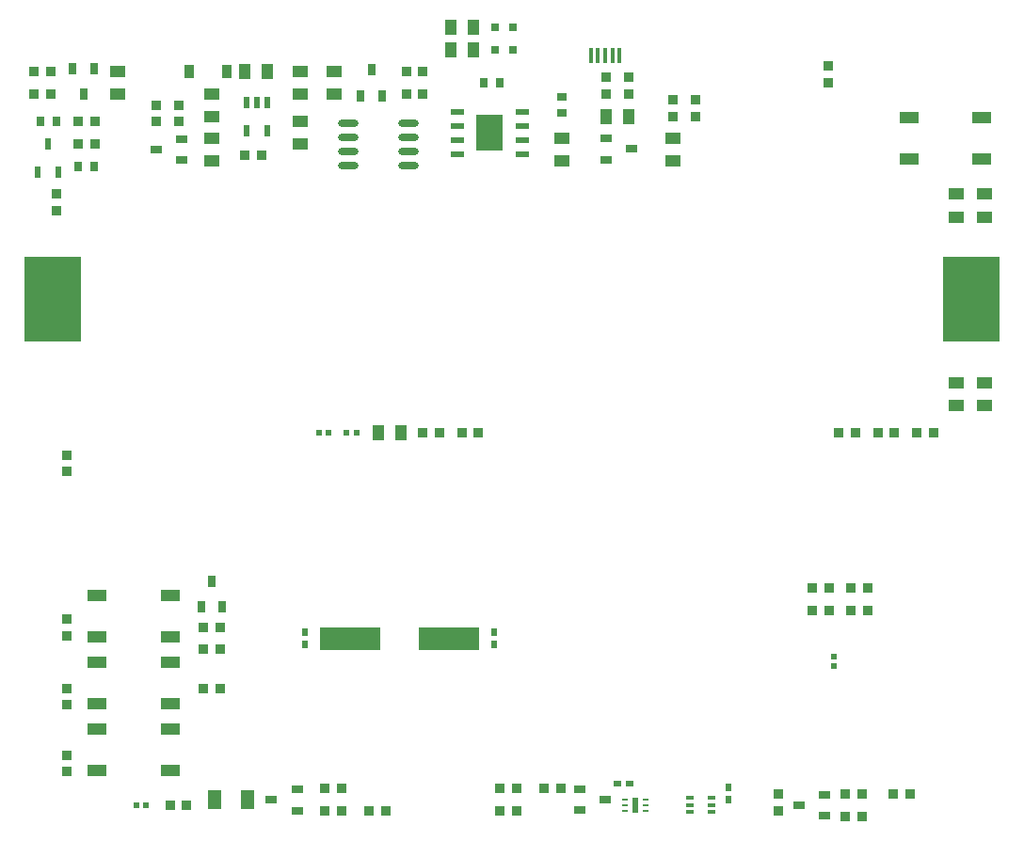
<source format=gbr>
%TF.GenerationSoftware,KiCad,Pcbnew,7.0.1-3b83917a11~172~ubuntu22.04.1*%
%TF.CreationDate,2023-04-04T04:15:16+02:00*%
%TF.ProjectId,EEE3088F_CKR,45454533-3038-4384-965f-434b522e6b69,0.2*%
%TF.SameCoordinates,Original*%
%TF.FileFunction,Paste,Top*%
%TF.FilePolarity,Positive*%
%FSLAX46Y46*%
G04 Gerber Fmt 4.6, Leading zero omitted, Abs format (unit mm)*
G04 Created by KiCad (PCBNEW 7.0.1-3b83917a11~172~ubuntu22.04.1) date 2023-04-04 04:15:16*
%MOMM*%
%LPD*%
G01*
G04 APERTURE LIST*
%ADD10R,0.540005X0.565659*%
%ADD11R,0.806477X0.864008*%
%ADD12R,1.377013X1.132537*%
%ADD13R,1.132537X1.377013*%
%ADD14R,1.399543X1.000000*%
%ADD15R,0.565659X0.540005*%
%ADD16R,0.950013X1.150013*%
%ADD17R,0.780010X0.350013*%
%ADD18R,0.864008X0.806477*%
%ADD19R,0.800000X0.800000*%
%ADD20R,1.700000X1.000000*%
%ADD21R,1.200000X0.600000*%
%ADD22R,2.400000X3.300000*%
%ADD23R,0.800000X1.000000*%
%ADD24R,0.584989X0.280010*%
%ADD25R,0.559995X1.370003*%
%ADD26R,0.800000X0.900000*%
%ADD27R,0.540005X0.790094*%
%ADD28R,1.000000X0.800000*%
%ADD29R,1.207518X1.701016*%
%ADD30R,5.500000X2.000000*%
%ADD31R,5.080010X7.620015*%
%ADD32R,0.400000X1.400000*%
%ADD33R,0.900000X0.800000*%
%ADD34R,0.790094X0.540005*%
%ADD35R,0.600000X1.000000*%
%ADD36O,1.864999X0.629997*%
%ADD37R,0.600000X1.070003*%
G04 APERTURE END LIST*
D10*
%TO.C,R52*%
X179000000Y-84500000D03*
X179000000Y-83634366D03*
%TD*%
D11*
%TO.C,R31*%
X150420000Y-97500000D03*
X148913268Y-97500000D03*
%TD*%
%TO.C,R45*%
X122246634Y-86500000D03*
X123753366Y-86500000D03*
%TD*%
D12*
%TO.C,R39*%
X192500000Y-61000000D03*
X192500000Y-59000000D03*
%TD*%
%TO.C,R6*%
X131000000Y-33000000D03*
X131000000Y-31000000D03*
%TD*%
D11*
%TO.C,R40*%
X182006732Y-79500000D03*
X180500000Y-79500000D03*
%TD*%
D13*
%TO.C,R11*%
X144500000Y-27000000D03*
X146500000Y-27000000D03*
%TD*%
D14*
%TO.C,D5*%
X192500000Y-42000000D03*
X192500000Y-44100584D03*
%TD*%
D15*
%TO.C,R50*%
X136000000Y-63500000D03*
X135134366Y-63500000D03*
%TD*%
D12*
%TO.C,R59*%
X164500000Y-39000000D03*
X164500000Y-37000000D03*
%TD*%
D11*
%TO.C,R18*%
X110993268Y-35500000D03*
X112500000Y-35500000D03*
%TD*%
%TO.C,R48*%
X154420000Y-95500000D03*
X152913268Y-95500000D03*
%TD*%
D16*
%TO.C,D1*%
X121000000Y-31000000D03*
X124384810Y-31000000D03*
%TD*%
D11*
%TO.C,R27*%
X133166634Y-95500000D03*
X134673366Y-95500000D03*
%TD*%
D17*
%TO.C,U6*%
X168000000Y-97649987D03*
X168000000Y-97000000D03*
X168000000Y-96350013D03*
X166020016Y-96350013D03*
X166020016Y-97000000D03*
X166020016Y-97649987D03*
%TD*%
D18*
%TO.C,R37*%
X110000000Y-94000000D03*
X110000000Y-92493268D03*
%TD*%
D11*
%TO.C,R46*%
X137166634Y-97500000D03*
X138673366Y-97500000D03*
%TD*%
%TO.C,R32*%
X185849987Y-96000000D03*
X184343255Y-96000000D03*
%TD*%
D19*
%TO.C,D2*%
X148500000Y-29000000D03*
X150098934Y-28993142D03*
%TD*%
D18*
%TO.C,R2*%
X158500000Y-33000000D03*
X158500000Y-31493268D03*
%TD*%
D20*
%TO.C,SW1*%
X192299975Y-38850191D03*
X185700025Y-38850216D03*
X192299975Y-35149784D03*
X185700025Y-35149809D03*
%TD*%
D21*
%TO.C,U2*%
X150908306Y-38405004D03*
X150908306Y-37135001D03*
X150908306Y-35864999D03*
X150908306Y-34594996D03*
X145091694Y-34594996D03*
X145091694Y-35864999D03*
X145091694Y-37135001D03*
X145091694Y-38405004D03*
D22*
X148000000Y-36500000D03*
%TD*%
D11*
%TO.C,R16*%
X108506732Y-31000000D03*
X107000000Y-31000000D03*
%TD*%
%TO.C,R56*%
X177000000Y-77500000D03*
X178506732Y-77500000D03*
%TD*%
%TO.C,R30*%
X179993268Y-96000000D03*
X181500000Y-96000000D03*
%TD*%
%TO.C,R55*%
X179413268Y-63500000D03*
X180920000Y-63500000D03*
%TD*%
%TO.C,R53*%
X145493268Y-63500000D03*
X147000000Y-63500000D03*
%TD*%
%TO.C,R43*%
X119246634Y-97000000D03*
X120753366Y-97000000D03*
%TD*%
D23*
%TO.C,Q4*%
X136406706Y-33149962D03*
X138306732Y-33149962D03*
X137356770Y-30849936D03*
%TD*%
D11*
%TO.C,R41*%
X182006732Y-77500000D03*
X180500000Y-77500000D03*
%TD*%
D18*
%TO.C,R1*%
X160500000Y-33006732D03*
X160500000Y-31500000D03*
%TD*%
D13*
%TO.C,R9*%
X146500000Y-29000000D03*
X144500000Y-29000000D03*
%TD*%
D11*
%TO.C,R34*%
X186413268Y-63500000D03*
X187920000Y-63500000D03*
%TD*%
%TO.C,R13*%
X126000000Y-38500000D03*
X127506732Y-38500000D03*
%TD*%
D12*
%TO.C,R5*%
X123000000Y-35000000D03*
X123000000Y-33000000D03*
%TD*%
D11*
%TO.C,R24*%
X123753366Y-81000000D03*
X122246634Y-81000000D03*
%TD*%
%TO.C,R19*%
X110993268Y-37500000D03*
X112500000Y-37500000D03*
%TD*%
D23*
%TO.C,Q5*%
X122049987Y-79150013D03*
X123950013Y-79150013D03*
X123000051Y-76849987D03*
%TD*%
D24*
%TO.C,U5*%
X160202524Y-96549936D03*
X160202524Y-97049809D03*
X160202524Y-97549936D03*
X162037424Y-97549936D03*
X162037424Y-97049809D03*
X162037424Y-96549936D03*
D25*
X161119974Y-97049809D03*
%TD*%
D20*
%TO.C,SW4*%
X119299975Y-93850191D03*
X112700025Y-93850216D03*
X119299975Y-90149784D03*
X112700025Y-90149809D03*
%TD*%
D11*
%TO.C,R54*%
X141993268Y-63500000D03*
X143500000Y-63500000D03*
%TD*%
D15*
%TO.C,TH1*%
X116253366Y-97000000D03*
X117119000Y-97000000D03*
%TD*%
D26*
%TO.C,C2*%
X147500000Y-32000000D03*
X148900050Y-32000000D03*
%TD*%
D18*
%TO.C,R58*%
X178500000Y-30493268D03*
X178500000Y-32000000D03*
%TD*%
D15*
%TO.C,R51*%
X132634366Y-63500000D03*
X133500000Y-63500000D03*
%TD*%
D18*
%TO.C,R4*%
X120000000Y-35506732D03*
X120000000Y-34000000D03*
%TD*%
D27*
%TO.C,C8*%
X131420000Y-81409830D03*
X131420000Y-82500000D03*
%TD*%
D13*
%TO.C,R8*%
X126000000Y-31000000D03*
X128000000Y-31000000D03*
%TD*%
D18*
%TO.C,R60*%
X164500000Y-35000000D03*
X164500000Y-33493268D03*
%TD*%
D28*
%TO.C,Q1*%
X158500000Y-37000000D03*
X158500000Y-38900026D03*
X160800026Y-37950064D03*
%TD*%
D29*
%TO.C,R28*%
X123295784Y-96500000D03*
X126253366Y-96500000D03*
%TD*%
D11*
%TO.C,R47*%
X180000000Y-98000000D03*
X181506732Y-98000000D03*
%TD*%
D18*
%TO.C,R36*%
X110000000Y-88000000D03*
X110000000Y-86493268D03*
%TD*%
D11*
%TO.C,R25*%
X133166634Y-97500000D03*
X134673366Y-97500000D03*
%TD*%
D20*
%TO.C,SW2*%
X119299975Y-81850191D03*
X112700025Y-81850216D03*
X119299975Y-78149784D03*
X112700025Y-78149809D03*
%TD*%
D11*
%TO.C,R57*%
X177000000Y-79500000D03*
X178506732Y-79500000D03*
%TD*%
D19*
%TO.C,D3*%
X148500000Y-27000000D03*
X150098934Y-26993142D03*
%TD*%
D27*
%TO.C,C7*%
X148420000Y-81409830D03*
X148420000Y-82500000D03*
%TD*%
D11*
%TO.C,R33*%
X182913268Y-63500000D03*
X184420000Y-63500000D03*
%TD*%
D13*
%TO.C,R3*%
X158500000Y-35000000D03*
X160500000Y-35000000D03*
%TD*%
D18*
%TO.C,R23*%
X109000000Y-43506732D03*
X109000000Y-42000000D03*
%TD*%
D12*
%TO.C,R38*%
X190000000Y-61000000D03*
X190000000Y-59000000D03*
%TD*%
D28*
%TO.C,Q6*%
X130673366Y-97500000D03*
X130673366Y-95599974D03*
X128373340Y-96549936D03*
%TD*%
D26*
%TO.C,C4*%
X111000000Y-39500000D03*
X112400050Y-39500000D03*
%TD*%
D12*
%TO.C,R7*%
X131000000Y-37500000D03*
X131000000Y-35500000D03*
%TD*%
D30*
%TO.C,Y1*%
X144320178Y-82000000D03*
X135420000Y-82000000D03*
%TD*%
D31*
%TO.C,u3*%
X108686817Y-51500000D03*
X191313183Y-51500000D03*
%TD*%
D11*
%TO.C,R21*%
X140500000Y-33000000D03*
X142006732Y-33000000D03*
%TD*%
D28*
%TO.C,Q8*%
X178150013Y-97950064D03*
X178150013Y-96050038D03*
X175849987Y-97000000D03*
%TD*%
D27*
%TO.C,C6*%
X169500000Y-96500000D03*
X169500000Y-95409830D03*
%TD*%
D28*
%TO.C,Q7*%
X156119974Y-95549936D03*
X156119974Y-97449962D03*
X158420000Y-96500000D03*
%TD*%
D12*
%TO.C,R12*%
X123000000Y-39000000D03*
X123000000Y-37000000D03*
%TD*%
D20*
%TO.C,SW3*%
X119299975Y-87850191D03*
X112700025Y-87850216D03*
X119299975Y-84149784D03*
X112700025Y-84149809D03*
%TD*%
D11*
%TO.C,R15*%
X108506732Y-33000000D03*
X107000000Y-33000000D03*
%TD*%
D13*
%TO.C,R49*%
X140000000Y-63500000D03*
X138000000Y-63500000D03*
%TD*%
D32*
%TO.C,U8*%
X159700026Y-29542672D03*
X159050038Y-29542672D03*
X158400051Y-29542672D03*
X157750064Y-29542672D03*
X157100076Y-29542672D03*
%TD*%
D33*
%TO.C,C1*%
X154500000Y-33299975D03*
X154500000Y-34700025D03*
%TD*%
D34*
%TO.C,C5*%
X159500000Y-95049936D03*
X160590170Y-95049936D03*
%TD*%
D11*
%TO.C,R26*%
X123753366Y-83000000D03*
X122246634Y-83000000D03*
%TD*%
D35*
%TO.C,U1*%
X128000000Y-33749936D03*
X127050038Y-33749936D03*
X126100076Y-33749936D03*
X126100076Y-36350140D03*
X128000000Y-36350140D03*
%TD*%
D23*
%TO.C,Q3*%
X112406758Y-30699974D03*
X110506732Y-30699974D03*
X111456694Y-33000000D03*
%TD*%
D12*
%TO.C,R14*%
X154500000Y-37000000D03*
X154500000Y-39000000D03*
%TD*%
D36*
%TO.C,U9*%
X135317501Y-35594996D03*
X135317501Y-36864999D03*
X135317501Y-38135001D03*
X135317501Y-39405004D03*
X140682499Y-39405004D03*
X140682499Y-38135001D03*
X140682499Y-36864999D03*
X140682499Y-35594996D03*
%TD*%
D26*
%TO.C,C3*%
X109000000Y-35500000D03*
X107599950Y-35500000D03*
%TD*%
D18*
%TO.C,R35*%
X110000000Y-81753366D03*
X110000000Y-80246634D03*
%TD*%
D11*
%TO.C,R29*%
X150420000Y-95500000D03*
X148913268Y-95500000D03*
%TD*%
%TO.C,R20*%
X140500000Y-31000000D03*
X142006732Y-31000000D03*
%TD*%
D18*
%TO.C,R44*%
X110000000Y-65493268D03*
X110000000Y-67000000D03*
%TD*%
D14*
%TO.C,D4*%
X190000000Y-42000000D03*
X190000000Y-44100584D03*
%TD*%
D18*
%TO.C,R10*%
X118000000Y-34000000D03*
X118000000Y-35506732D03*
%TD*%
D12*
%TO.C,R17*%
X114506732Y-33000000D03*
X114506732Y-31000000D03*
%TD*%
D28*
%TO.C,Q2*%
X120300026Y-38950064D03*
X120300026Y-37050038D03*
X118000000Y-38000000D03*
%TD*%
D12*
%TO.C,R22*%
X134006732Y-33000000D03*
X134006732Y-31000000D03*
%TD*%
D18*
%TO.C,R61*%
X166500000Y-35000000D03*
X166500000Y-33493268D03*
%TD*%
D37*
%TO.C,U4*%
X107314961Y-40000000D03*
X109214885Y-40000000D03*
X108264923Y-37529846D03*
%TD*%
D18*
%TO.C,R42*%
X174000000Y-97500000D03*
X174000000Y-95993268D03*
%TD*%
M02*

</source>
